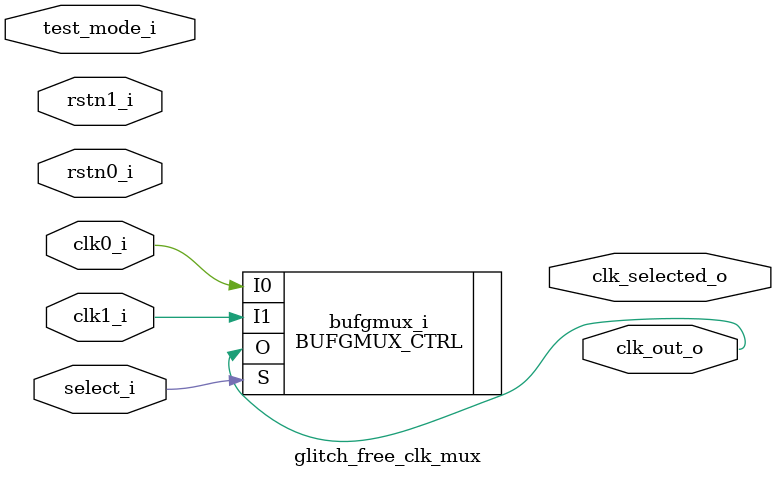
<source format=sv>

module glitch_free_clk_mux
  (
    input  logic select_i,
    input  logic test_mode_i,
    output logic clk_selected_o,
    input  logic clk0_i,
    input  logic rstn0_i,
    input  logic clk1_i,
    input  logic rstn1_i,
    output logic clk_out_o
  );

  BUFGMUX_CTRL bufgmux_i (
    .S  ( select_i  ),
    .I0 ( clk0_i    ),
    .I1 ( clk1_i    ),
    .O  ( clk_out_o )
  );

endmodule

</source>
